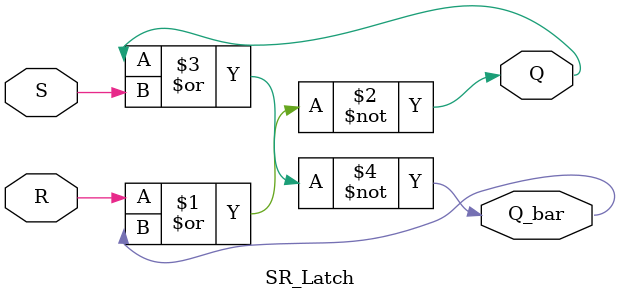
<source format=v>
module SR_Latch(R,S,Q,Q_bar);
	input R,S;
	output Q,Q_bar;
	nor nor1(Q,R,Q_bar);
	nor nor2(Q_bar,Q,S);
endmodule

</source>
